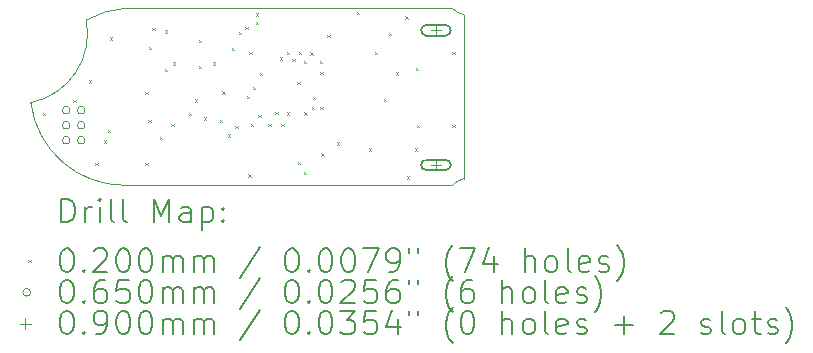
<source format=gbr>
%TF.GenerationSoftware,KiCad,Pcbnew,7.0.7*%
%TF.CreationDate,2023-12-11T16:01:17+01:00*%
%TF.ProjectId,ovrdrive,6f767264-7269-4766-952e-6b696361645f,rev?*%
%TF.SameCoordinates,Original*%
%TF.FileFunction,Drillmap*%
%TF.FilePolarity,Positive*%
%FSLAX45Y45*%
G04 Gerber Fmt 4.5, Leading zero omitted, Abs format (unit mm)*
G04 Created by KiCad (PCBNEW 7.0.7) date 2023-12-11 16:01:17*
%MOMM*%
%LPD*%
G01*
G04 APERTURE LIST*
%ADD10C,0.050000*%
%ADD11C,0.200000*%
%ADD12C,0.020000*%
%ADD13C,0.065000*%
%ADD14C,0.090000*%
G04 APERTURE END LIST*
D10*
X11579998Y-9662374D02*
G75*
G03*
X11250000Y-9762372I61552J-797626D01*
G01*
X11580000Y-11162372D02*
X14348446Y-11162372D01*
X10780005Y-10462372D02*
G75*
G03*
X11580000Y-11162372I793725J99972D01*
G01*
X14443451Y-11107373D02*
G75*
G03*
X14348452Y-11162372I32589J-165837D01*
G01*
X10780000Y-10462372D02*
G75*
G03*
X11250001Y-9762376I-119451J587989D01*
G01*
X14348452Y-9662371D02*
G75*
G03*
X14443451Y-9717372I127588J110831D01*
G01*
X14443446Y-9717372D02*
X14443446Y-11107372D01*
X11580000Y-9662372D02*
X14348446Y-9662372D01*
D11*
D12*
X10880000Y-10550000D02*
X10900000Y-10570000D01*
X10900000Y-10550000D02*
X10880000Y-10570000D01*
X11140000Y-10440000D02*
X11160000Y-10460000D01*
X11160000Y-10440000D02*
X11140000Y-10460000D01*
X11270000Y-10272950D02*
X11290000Y-10292950D01*
X11290000Y-10272950D02*
X11270000Y-10292950D01*
X11325000Y-10970000D02*
X11345000Y-10990000D01*
X11345000Y-10970000D02*
X11325000Y-10990000D01*
X11400000Y-10780000D02*
X11420000Y-10800000D01*
X11420000Y-10780000D02*
X11400000Y-10800000D01*
X11430000Y-10690000D02*
X11450000Y-10710000D01*
X11450000Y-10690000D02*
X11430000Y-10710000D01*
X11450000Y-9910000D02*
X11470000Y-9930000D01*
X11470000Y-9910000D02*
X11450000Y-9930000D01*
X11750000Y-10370000D02*
X11770000Y-10390000D01*
X11770000Y-10370000D02*
X11750000Y-10390000D01*
X11750000Y-10970000D02*
X11770000Y-10990000D01*
X11770000Y-10970000D02*
X11750000Y-10990000D01*
X11774550Y-10610000D02*
X11794550Y-10630000D01*
X11794550Y-10610000D02*
X11774550Y-10630000D01*
X11780000Y-9990000D02*
X11800000Y-10010000D01*
X11800000Y-9990000D02*
X11780000Y-10010000D01*
X11810000Y-9830000D02*
X11830000Y-9850000D01*
X11830000Y-9830000D02*
X11810000Y-9850000D01*
X11870000Y-10750000D02*
X11890000Y-10770000D01*
X11890000Y-10750000D02*
X11870000Y-10770000D01*
X11914335Y-10174335D02*
X11934335Y-10194335D01*
X11934335Y-10174335D02*
X11914335Y-10194335D01*
X11915000Y-9850000D02*
X11935000Y-9870000D01*
X11935000Y-9850000D02*
X11915000Y-9870000D01*
X11970000Y-10640000D02*
X11990000Y-10660000D01*
X11990000Y-10640000D02*
X11970000Y-10660000D01*
X11980000Y-10120000D02*
X12000000Y-10140000D01*
X12000000Y-10120000D02*
X11980000Y-10140000D01*
X12118377Y-10550000D02*
X12138377Y-10570000D01*
X12138377Y-10550000D02*
X12118377Y-10570000D01*
X12167021Y-10432979D02*
X12187021Y-10452979D01*
X12187021Y-10432979D02*
X12167021Y-10452979D01*
X12200000Y-9930000D02*
X12220000Y-9950000D01*
X12220000Y-9930000D02*
X12200000Y-9950000D01*
X12200000Y-10150000D02*
X12220000Y-10170000D01*
X12220000Y-10150000D02*
X12200000Y-10170000D01*
X12245000Y-10585000D02*
X12265000Y-10605000D01*
X12265000Y-10585000D02*
X12245000Y-10605000D01*
X12320000Y-10120450D02*
X12340000Y-10140450D01*
X12340000Y-10120450D02*
X12320000Y-10140450D01*
X12380000Y-10605000D02*
X12400000Y-10625000D01*
X12400000Y-10605000D02*
X12380000Y-10625000D01*
X12400450Y-10366415D02*
X12420450Y-10386415D01*
X12420450Y-10366415D02*
X12400450Y-10386415D01*
X12450000Y-10730000D02*
X12470000Y-10750000D01*
X12470000Y-10730000D02*
X12450000Y-10750000D01*
X12480000Y-10000000D02*
X12500000Y-10020000D01*
X12500000Y-10000000D02*
X12480000Y-10020000D01*
X12510000Y-10660000D02*
X12530000Y-10680000D01*
X12530000Y-10660000D02*
X12510000Y-10680000D01*
X12540000Y-9860000D02*
X12560000Y-9880000D01*
X12560000Y-9860000D02*
X12540000Y-9880000D01*
X12597270Y-9817950D02*
X12617270Y-9837950D01*
X12617270Y-9817950D02*
X12597270Y-9837950D01*
X12610450Y-10405000D02*
X12630450Y-10425000D01*
X12630450Y-10405000D02*
X12610450Y-10425000D01*
X12620000Y-11070000D02*
X12640000Y-11090000D01*
X12640000Y-11070000D02*
X12620000Y-11090000D01*
X12630000Y-10030000D02*
X12650000Y-10050000D01*
X12650000Y-10030000D02*
X12630000Y-10050000D01*
X12645000Y-10640000D02*
X12665000Y-10660000D01*
X12665000Y-10640000D02*
X12645000Y-10660000D01*
X12657737Y-10328465D02*
X12677737Y-10348465D01*
X12677737Y-10328465D02*
X12657737Y-10348465D01*
X12685000Y-9705000D02*
X12705000Y-9725000D01*
X12705000Y-9705000D02*
X12685000Y-9725000D01*
X12685000Y-9780000D02*
X12705000Y-9800000D01*
X12705000Y-9780000D02*
X12685000Y-9800000D01*
X12705000Y-10564050D02*
X12725000Y-10584050D01*
X12725000Y-10564050D02*
X12705000Y-10584050D01*
X12720000Y-10210000D02*
X12740000Y-10230000D01*
X12740000Y-10210000D02*
X12720000Y-10230000D01*
X12790000Y-10640000D02*
X12810000Y-10660000D01*
X12810000Y-10640000D02*
X12790000Y-10660000D01*
X12850000Y-10540000D02*
X12870000Y-10560000D01*
X12870000Y-10540000D02*
X12850000Y-10560000D01*
X12889186Y-10077986D02*
X12909186Y-10097986D01*
X12909186Y-10077986D02*
X12889186Y-10097986D01*
X12900000Y-10640000D02*
X12920000Y-10660000D01*
X12920000Y-10640000D02*
X12900000Y-10660000D01*
X12945000Y-10030000D02*
X12965000Y-10050000D01*
X12965000Y-10030000D02*
X12945000Y-10050000D01*
X12945000Y-10544050D02*
X12965000Y-10564050D01*
X12965000Y-10544050D02*
X12945000Y-10564050D01*
X12995000Y-10091000D02*
X13015000Y-10111000D01*
X13015000Y-10091000D02*
X12995000Y-10111000D01*
X13035000Y-10285000D02*
X13055000Y-10305000D01*
X13055000Y-10285000D02*
X13035000Y-10305000D01*
X13040000Y-10965000D02*
X13060000Y-10985000D01*
X13060000Y-10965000D02*
X13040000Y-10985000D01*
X13050000Y-10030000D02*
X13070000Y-10050000D01*
X13070000Y-10030000D02*
X13050000Y-10050000D01*
X13090000Y-10110000D02*
X13110000Y-10130000D01*
X13110000Y-10110000D02*
X13090000Y-10130000D01*
X13090000Y-11050000D02*
X13110000Y-11070000D01*
X13110000Y-11050000D02*
X13090000Y-11070000D01*
X13095000Y-10544050D02*
X13115000Y-10564050D01*
X13115000Y-10544050D02*
X13095000Y-10564050D01*
X13145000Y-10035000D02*
X13165000Y-10055000D01*
X13165000Y-10035000D02*
X13145000Y-10055000D01*
X13160000Y-10500000D02*
X13180000Y-10520000D01*
X13180000Y-10500000D02*
X13160000Y-10520000D01*
X13165000Y-10412000D02*
X13185000Y-10432000D01*
X13185000Y-10412000D02*
X13165000Y-10432000D01*
X13225000Y-10110000D02*
X13245000Y-10130000D01*
X13245000Y-10110000D02*
X13225000Y-10130000D01*
X13230000Y-10200000D02*
X13250000Y-10220000D01*
X13250000Y-10200000D02*
X13230000Y-10220000D01*
X13230000Y-10500000D02*
X13250000Y-10520000D01*
X13250000Y-10500000D02*
X13230000Y-10520000D01*
X13240000Y-10890000D02*
X13260000Y-10910000D01*
X13260000Y-10890000D02*
X13240000Y-10910000D01*
X13290000Y-9890000D02*
X13310000Y-9910000D01*
X13310000Y-9890000D02*
X13290000Y-9910000D01*
X13370000Y-10799550D02*
X13390000Y-10819550D01*
X13390000Y-10799550D02*
X13370000Y-10819550D01*
X13540000Y-9695000D02*
X13560000Y-9715000D01*
X13560000Y-9695000D02*
X13540000Y-9715000D01*
X13640000Y-10850000D02*
X13660000Y-10870000D01*
X13660000Y-10850000D02*
X13640000Y-10870000D01*
X13690000Y-10030000D02*
X13710000Y-10050000D01*
X13710000Y-10030000D02*
X13690000Y-10050000D01*
X13770000Y-10430000D02*
X13790000Y-10450000D01*
X13790000Y-10430000D02*
X13770000Y-10450000D01*
X13810000Y-9870000D02*
X13830000Y-9890000D01*
X13830000Y-9870000D02*
X13810000Y-9890000D01*
X13872563Y-10205769D02*
X13892563Y-10225769D01*
X13892563Y-10205769D02*
X13872563Y-10225769D01*
X13950000Y-9730000D02*
X13970000Y-9750000D01*
X13970000Y-9730000D02*
X13950000Y-9750000D01*
X13965000Y-11085000D02*
X13985000Y-11105000D01*
X13985000Y-11085000D02*
X13965000Y-11105000D01*
X14030000Y-10850000D02*
X14050000Y-10870000D01*
X14050000Y-10850000D02*
X14030000Y-10870000D01*
X14042050Y-10170000D02*
X14062050Y-10190000D01*
X14062050Y-10170000D02*
X14042050Y-10190000D01*
X14047050Y-10650000D02*
X14067050Y-10670000D01*
X14067050Y-10650000D02*
X14047050Y-10670000D01*
X14350000Y-10030000D02*
X14370000Y-10050000D01*
X14370000Y-10030000D02*
X14350000Y-10050000D01*
X14350000Y-10650000D02*
X14370000Y-10670000D01*
X14370000Y-10650000D02*
X14350000Y-10670000D01*
D13*
X11112500Y-10526000D02*
G75*
G03*
X11112500Y-10526000I-32500J0D01*
G01*
X11112500Y-10653000D02*
G75*
G03*
X11112500Y-10653000I-32500J0D01*
G01*
X11112500Y-10780000D02*
G75*
G03*
X11112500Y-10780000I-32500J0D01*
G01*
X11239500Y-10526000D02*
G75*
G03*
X11239500Y-10526000I-32500J0D01*
G01*
X11239500Y-10653000D02*
G75*
G03*
X11239500Y-10653000I-32500J0D01*
G01*
X11239500Y-10780000D02*
G75*
G03*
X11239500Y-10780000I-32500J0D01*
G01*
D14*
X14210000Y-9805000D02*
X14210000Y-9895000D01*
X14165000Y-9850000D02*
X14255000Y-9850000D01*
D11*
X14130000Y-9895000D02*
X14290000Y-9895000D01*
X14290000Y-9895000D02*
G75*
G03*
X14290000Y-9805000I0J45000D01*
G01*
X14290000Y-9805000D02*
X14130000Y-9805000D01*
X14130000Y-9805000D02*
G75*
G03*
X14130000Y-9895000I0J-45000D01*
G01*
D14*
X14210000Y-10945000D02*
X14210000Y-11035000D01*
X14165000Y-10990000D02*
X14255000Y-10990000D01*
D11*
X14130000Y-11035000D02*
X14290000Y-11035000D01*
X14290000Y-11035000D02*
G75*
G03*
X14290000Y-10945000I0J45000D01*
G01*
X14290000Y-10945000D02*
X14130000Y-10945000D01*
X14130000Y-10945000D02*
G75*
G03*
X14130000Y-11035000I0J-45000D01*
G01*
X11038277Y-11476380D02*
X11038277Y-11276380D01*
X11038277Y-11276380D02*
X11085896Y-11276380D01*
X11085896Y-11276380D02*
X11114467Y-11285904D01*
X11114467Y-11285904D02*
X11133515Y-11304952D01*
X11133515Y-11304952D02*
X11143039Y-11323999D01*
X11143039Y-11323999D02*
X11152562Y-11362094D01*
X11152562Y-11362094D02*
X11152562Y-11390666D01*
X11152562Y-11390666D02*
X11143039Y-11428761D01*
X11143039Y-11428761D02*
X11133515Y-11447809D01*
X11133515Y-11447809D02*
X11114467Y-11466856D01*
X11114467Y-11466856D02*
X11085896Y-11476380D01*
X11085896Y-11476380D02*
X11038277Y-11476380D01*
X11238277Y-11476380D02*
X11238277Y-11343047D01*
X11238277Y-11381142D02*
X11247800Y-11362094D01*
X11247800Y-11362094D02*
X11257324Y-11352571D01*
X11257324Y-11352571D02*
X11276372Y-11343047D01*
X11276372Y-11343047D02*
X11295420Y-11343047D01*
X11362086Y-11476380D02*
X11362086Y-11343047D01*
X11362086Y-11276380D02*
X11352562Y-11285904D01*
X11352562Y-11285904D02*
X11362086Y-11295428D01*
X11362086Y-11295428D02*
X11371610Y-11285904D01*
X11371610Y-11285904D02*
X11362086Y-11276380D01*
X11362086Y-11276380D02*
X11362086Y-11295428D01*
X11485896Y-11476380D02*
X11466848Y-11466856D01*
X11466848Y-11466856D02*
X11457324Y-11447809D01*
X11457324Y-11447809D02*
X11457324Y-11276380D01*
X11590658Y-11476380D02*
X11571610Y-11466856D01*
X11571610Y-11466856D02*
X11562086Y-11447809D01*
X11562086Y-11447809D02*
X11562086Y-11276380D01*
X11819229Y-11476380D02*
X11819229Y-11276380D01*
X11819229Y-11276380D02*
X11885896Y-11419237D01*
X11885896Y-11419237D02*
X11952562Y-11276380D01*
X11952562Y-11276380D02*
X11952562Y-11476380D01*
X12133515Y-11476380D02*
X12133515Y-11371618D01*
X12133515Y-11371618D02*
X12123991Y-11352571D01*
X12123991Y-11352571D02*
X12104943Y-11343047D01*
X12104943Y-11343047D02*
X12066848Y-11343047D01*
X12066848Y-11343047D02*
X12047800Y-11352571D01*
X12133515Y-11466856D02*
X12114467Y-11476380D01*
X12114467Y-11476380D02*
X12066848Y-11476380D01*
X12066848Y-11476380D02*
X12047800Y-11466856D01*
X12047800Y-11466856D02*
X12038277Y-11447809D01*
X12038277Y-11447809D02*
X12038277Y-11428761D01*
X12038277Y-11428761D02*
X12047800Y-11409714D01*
X12047800Y-11409714D02*
X12066848Y-11400190D01*
X12066848Y-11400190D02*
X12114467Y-11400190D01*
X12114467Y-11400190D02*
X12133515Y-11390666D01*
X12228753Y-11343047D02*
X12228753Y-11543047D01*
X12228753Y-11352571D02*
X12247800Y-11343047D01*
X12247800Y-11343047D02*
X12285896Y-11343047D01*
X12285896Y-11343047D02*
X12304943Y-11352571D01*
X12304943Y-11352571D02*
X12314467Y-11362094D01*
X12314467Y-11362094D02*
X12323991Y-11381142D01*
X12323991Y-11381142D02*
X12323991Y-11438285D01*
X12323991Y-11438285D02*
X12314467Y-11457333D01*
X12314467Y-11457333D02*
X12304943Y-11466856D01*
X12304943Y-11466856D02*
X12285896Y-11476380D01*
X12285896Y-11476380D02*
X12247800Y-11476380D01*
X12247800Y-11476380D02*
X12228753Y-11466856D01*
X12409705Y-11457333D02*
X12419229Y-11466856D01*
X12419229Y-11466856D02*
X12409705Y-11476380D01*
X12409705Y-11476380D02*
X12400181Y-11466856D01*
X12400181Y-11466856D02*
X12409705Y-11457333D01*
X12409705Y-11457333D02*
X12409705Y-11476380D01*
X12409705Y-11352571D02*
X12419229Y-11362094D01*
X12419229Y-11362094D02*
X12409705Y-11371618D01*
X12409705Y-11371618D02*
X12400181Y-11362094D01*
X12400181Y-11362094D02*
X12409705Y-11352571D01*
X12409705Y-11352571D02*
X12409705Y-11371618D01*
D12*
X10757500Y-11794896D02*
X10777500Y-11814896D01*
X10777500Y-11794896D02*
X10757500Y-11814896D01*
D11*
X11076372Y-11696380D02*
X11095420Y-11696380D01*
X11095420Y-11696380D02*
X11114467Y-11705904D01*
X11114467Y-11705904D02*
X11123991Y-11715428D01*
X11123991Y-11715428D02*
X11133515Y-11734475D01*
X11133515Y-11734475D02*
X11143039Y-11772571D01*
X11143039Y-11772571D02*
X11143039Y-11820190D01*
X11143039Y-11820190D02*
X11133515Y-11858285D01*
X11133515Y-11858285D02*
X11123991Y-11877333D01*
X11123991Y-11877333D02*
X11114467Y-11886856D01*
X11114467Y-11886856D02*
X11095420Y-11896380D01*
X11095420Y-11896380D02*
X11076372Y-11896380D01*
X11076372Y-11896380D02*
X11057324Y-11886856D01*
X11057324Y-11886856D02*
X11047801Y-11877333D01*
X11047801Y-11877333D02*
X11038277Y-11858285D01*
X11038277Y-11858285D02*
X11028753Y-11820190D01*
X11028753Y-11820190D02*
X11028753Y-11772571D01*
X11028753Y-11772571D02*
X11038277Y-11734475D01*
X11038277Y-11734475D02*
X11047801Y-11715428D01*
X11047801Y-11715428D02*
X11057324Y-11705904D01*
X11057324Y-11705904D02*
X11076372Y-11696380D01*
X11228753Y-11877333D02*
X11238277Y-11886856D01*
X11238277Y-11886856D02*
X11228753Y-11896380D01*
X11228753Y-11896380D02*
X11219229Y-11886856D01*
X11219229Y-11886856D02*
X11228753Y-11877333D01*
X11228753Y-11877333D02*
X11228753Y-11896380D01*
X11314467Y-11715428D02*
X11323991Y-11705904D01*
X11323991Y-11705904D02*
X11343039Y-11696380D01*
X11343039Y-11696380D02*
X11390658Y-11696380D01*
X11390658Y-11696380D02*
X11409705Y-11705904D01*
X11409705Y-11705904D02*
X11419229Y-11715428D01*
X11419229Y-11715428D02*
X11428753Y-11734475D01*
X11428753Y-11734475D02*
X11428753Y-11753523D01*
X11428753Y-11753523D02*
X11419229Y-11782094D01*
X11419229Y-11782094D02*
X11304943Y-11896380D01*
X11304943Y-11896380D02*
X11428753Y-11896380D01*
X11552562Y-11696380D02*
X11571610Y-11696380D01*
X11571610Y-11696380D02*
X11590658Y-11705904D01*
X11590658Y-11705904D02*
X11600181Y-11715428D01*
X11600181Y-11715428D02*
X11609705Y-11734475D01*
X11609705Y-11734475D02*
X11619229Y-11772571D01*
X11619229Y-11772571D02*
X11619229Y-11820190D01*
X11619229Y-11820190D02*
X11609705Y-11858285D01*
X11609705Y-11858285D02*
X11600181Y-11877333D01*
X11600181Y-11877333D02*
X11590658Y-11886856D01*
X11590658Y-11886856D02*
X11571610Y-11896380D01*
X11571610Y-11896380D02*
X11552562Y-11896380D01*
X11552562Y-11896380D02*
X11533515Y-11886856D01*
X11533515Y-11886856D02*
X11523991Y-11877333D01*
X11523991Y-11877333D02*
X11514467Y-11858285D01*
X11514467Y-11858285D02*
X11504943Y-11820190D01*
X11504943Y-11820190D02*
X11504943Y-11772571D01*
X11504943Y-11772571D02*
X11514467Y-11734475D01*
X11514467Y-11734475D02*
X11523991Y-11715428D01*
X11523991Y-11715428D02*
X11533515Y-11705904D01*
X11533515Y-11705904D02*
X11552562Y-11696380D01*
X11743039Y-11696380D02*
X11762086Y-11696380D01*
X11762086Y-11696380D02*
X11781134Y-11705904D01*
X11781134Y-11705904D02*
X11790658Y-11715428D01*
X11790658Y-11715428D02*
X11800181Y-11734475D01*
X11800181Y-11734475D02*
X11809705Y-11772571D01*
X11809705Y-11772571D02*
X11809705Y-11820190D01*
X11809705Y-11820190D02*
X11800181Y-11858285D01*
X11800181Y-11858285D02*
X11790658Y-11877333D01*
X11790658Y-11877333D02*
X11781134Y-11886856D01*
X11781134Y-11886856D02*
X11762086Y-11896380D01*
X11762086Y-11896380D02*
X11743039Y-11896380D01*
X11743039Y-11896380D02*
X11723991Y-11886856D01*
X11723991Y-11886856D02*
X11714467Y-11877333D01*
X11714467Y-11877333D02*
X11704943Y-11858285D01*
X11704943Y-11858285D02*
X11695420Y-11820190D01*
X11695420Y-11820190D02*
X11695420Y-11772571D01*
X11695420Y-11772571D02*
X11704943Y-11734475D01*
X11704943Y-11734475D02*
X11714467Y-11715428D01*
X11714467Y-11715428D02*
X11723991Y-11705904D01*
X11723991Y-11705904D02*
X11743039Y-11696380D01*
X11895420Y-11896380D02*
X11895420Y-11763047D01*
X11895420Y-11782094D02*
X11904943Y-11772571D01*
X11904943Y-11772571D02*
X11923991Y-11763047D01*
X11923991Y-11763047D02*
X11952562Y-11763047D01*
X11952562Y-11763047D02*
X11971610Y-11772571D01*
X11971610Y-11772571D02*
X11981134Y-11791618D01*
X11981134Y-11791618D02*
X11981134Y-11896380D01*
X11981134Y-11791618D02*
X11990658Y-11772571D01*
X11990658Y-11772571D02*
X12009705Y-11763047D01*
X12009705Y-11763047D02*
X12038277Y-11763047D01*
X12038277Y-11763047D02*
X12057324Y-11772571D01*
X12057324Y-11772571D02*
X12066848Y-11791618D01*
X12066848Y-11791618D02*
X12066848Y-11896380D01*
X12162086Y-11896380D02*
X12162086Y-11763047D01*
X12162086Y-11782094D02*
X12171610Y-11772571D01*
X12171610Y-11772571D02*
X12190658Y-11763047D01*
X12190658Y-11763047D02*
X12219229Y-11763047D01*
X12219229Y-11763047D02*
X12238277Y-11772571D01*
X12238277Y-11772571D02*
X12247801Y-11791618D01*
X12247801Y-11791618D02*
X12247801Y-11896380D01*
X12247801Y-11791618D02*
X12257324Y-11772571D01*
X12257324Y-11772571D02*
X12276372Y-11763047D01*
X12276372Y-11763047D02*
X12304943Y-11763047D01*
X12304943Y-11763047D02*
X12323991Y-11772571D01*
X12323991Y-11772571D02*
X12333515Y-11791618D01*
X12333515Y-11791618D02*
X12333515Y-11896380D01*
X12723991Y-11686856D02*
X12552563Y-11943999D01*
X12981134Y-11696380D02*
X13000182Y-11696380D01*
X13000182Y-11696380D02*
X13019229Y-11705904D01*
X13019229Y-11705904D02*
X13028753Y-11715428D01*
X13028753Y-11715428D02*
X13038277Y-11734475D01*
X13038277Y-11734475D02*
X13047801Y-11772571D01*
X13047801Y-11772571D02*
X13047801Y-11820190D01*
X13047801Y-11820190D02*
X13038277Y-11858285D01*
X13038277Y-11858285D02*
X13028753Y-11877333D01*
X13028753Y-11877333D02*
X13019229Y-11886856D01*
X13019229Y-11886856D02*
X13000182Y-11896380D01*
X13000182Y-11896380D02*
X12981134Y-11896380D01*
X12981134Y-11896380D02*
X12962086Y-11886856D01*
X12962086Y-11886856D02*
X12952563Y-11877333D01*
X12952563Y-11877333D02*
X12943039Y-11858285D01*
X12943039Y-11858285D02*
X12933515Y-11820190D01*
X12933515Y-11820190D02*
X12933515Y-11772571D01*
X12933515Y-11772571D02*
X12943039Y-11734475D01*
X12943039Y-11734475D02*
X12952563Y-11715428D01*
X12952563Y-11715428D02*
X12962086Y-11705904D01*
X12962086Y-11705904D02*
X12981134Y-11696380D01*
X13133515Y-11877333D02*
X13143039Y-11886856D01*
X13143039Y-11886856D02*
X13133515Y-11896380D01*
X13133515Y-11896380D02*
X13123991Y-11886856D01*
X13123991Y-11886856D02*
X13133515Y-11877333D01*
X13133515Y-11877333D02*
X13133515Y-11896380D01*
X13266848Y-11696380D02*
X13285896Y-11696380D01*
X13285896Y-11696380D02*
X13304944Y-11705904D01*
X13304944Y-11705904D02*
X13314467Y-11715428D01*
X13314467Y-11715428D02*
X13323991Y-11734475D01*
X13323991Y-11734475D02*
X13333515Y-11772571D01*
X13333515Y-11772571D02*
X13333515Y-11820190D01*
X13333515Y-11820190D02*
X13323991Y-11858285D01*
X13323991Y-11858285D02*
X13314467Y-11877333D01*
X13314467Y-11877333D02*
X13304944Y-11886856D01*
X13304944Y-11886856D02*
X13285896Y-11896380D01*
X13285896Y-11896380D02*
X13266848Y-11896380D01*
X13266848Y-11896380D02*
X13247801Y-11886856D01*
X13247801Y-11886856D02*
X13238277Y-11877333D01*
X13238277Y-11877333D02*
X13228753Y-11858285D01*
X13228753Y-11858285D02*
X13219229Y-11820190D01*
X13219229Y-11820190D02*
X13219229Y-11772571D01*
X13219229Y-11772571D02*
X13228753Y-11734475D01*
X13228753Y-11734475D02*
X13238277Y-11715428D01*
X13238277Y-11715428D02*
X13247801Y-11705904D01*
X13247801Y-11705904D02*
X13266848Y-11696380D01*
X13457324Y-11696380D02*
X13476372Y-11696380D01*
X13476372Y-11696380D02*
X13495420Y-11705904D01*
X13495420Y-11705904D02*
X13504944Y-11715428D01*
X13504944Y-11715428D02*
X13514467Y-11734475D01*
X13514467Y-11734475D02*
X13523991Y-11772571D01*
X13523991Y-11772571D02*
X13523991Y-11820190D01*
X13523991Y-11820190D02*
X13514467Y-11858285D01*
X13514467Y-11858285D02*
X13504944Y-11877333D01*
X13504944Y-11877333D02*
X13495420Y-11886856D01*
X13495420Y-11886856D02*
X13476372Y-11896380D01*
X13476372Y-11896380D02*
X13457324Y-11896380D01*
X13457324Y-11896380D02*
X13438277Y-11886856D01*
X13438277Y-11886856D02*
X13428753Y-11877333D01*
X13428753Y-11877333D02*
X13419229Y-11858285D01*
X13419229Y-11858285D02*
X13409705Y-11820190D01*
X13409705Y-11820190D02*
X13409705Y-11772571D01*
X13409705Y-11772571D02*
X13419229Y-11734475D01*
X13419229Y-11734475D02*
X13428753Y-11715428D01*
X13428753Y-11715428D02*
X13438277Y-11705904D01*
X13438277Y-11705904D02*
X13457324Y-11696380D01*
X13590658Y-11696380D02*
X13723991Y-11696380D01*
X13723991Y-11696380D02*
X13638277Y-11896380D01*
X13809705Y-11896380D02*
X13847801Y-11896380D01*
X13847801Y-11896380D02*
X13866848Y-11886856D01*
X13866848Y-11886856D02*
X13876372Y-11877333D01*
X13876372Y-11877333D02*
X13895420Y-11848761D01*
X13895420Y-11848761D02*
X13904944Y-11810666D01*
X13904944Y-11810666D02*
X13904944Y-11734475D01*
X13904944Y-11734475D02*
X13895420Y-11715428D01*
X13895420Y-11715428D02*
X13885896Y-11705904D01*
X13885896Y-11705904D02*
X13866848Y-11696380D01*
X13866848Y-11696380D02*
X13828753Y-11696380D01*
X13828753Y-11696380D02*
X13809705Y-11705904D01*
X13809705Y-11705904D02*
X13800182Y-11715428D01*
X13800182Y-11715428D02*
X13790658Y-11734475D01*
X13790658Y-11734475D02*
X13790658Y-11782094D01*
X13790658Y-11782094D02*
X13800182Y-11801142D01*
X13800182Y-11801142D02*
X13809705Y-11810666D01*
X13809705Y-11810666D02*
X13828753Y-11820190D01*
X13828753Y-11820190D02*
X13866848Y-11820190D01*
X13866848Y-11820190D02*
X13885896Y-11810666D01*
X13885896Y-11810666D02*
X13895420Y-11801142D01*
X13895420Y-11801142D02*
X13904944Y-11782094D01*
X13981134Y-11696380D02*
X13981134Y-11734475D01*
X14057325Y-11696380D02*
X14057325Y-11734475D01*
X14352563Y-11972571D02*
X14343039Y-11963047D01*
X14343039Y-11963047D02*
X14323991Y-11934475D01*
X14323991Y-11934475D02*
X14314467Y-11915428D01*
X14314467Y-11915428D02*
X14304944Y-11886856D01*
X14304944Y-11886856D02*
X14295420Y-11839237D01*
X14295420Y-11839237D02*
X14295420Y-11801142D01*
X14295420Y-11801142D02*
X14304944Y-11753523D01*
X14304944Y-11753523D02*
X14314467Y-11724952D01*
X14314467Y-11724952D02*
X14323991Y-11705904D01*
X14323991Y-11705904D02*
X14343039Y-11677333D01*
X14343039Y-11677333D02*
X14352563Y-11667809D01*
X14409706Y-11696380D02*
X14543039Y-11696380D01*
X14543039Y-11696380D02*
X14457325Y-11896380D01*
X14704944Y-11763047D02*
X14704944Y-11896380D01*
X14657325Y-11686856D02*
X14609706Y-11829714D01*
X14609706Y-11829714D02*
X14733515Y-11829714D01*
X14962087Y-11896380D02*
X14962087Y-11696380D01*
X15047801Y-11896380D02*
X15047801Y-11791618D01*
X15047801Y-11791618D02*
X15038277Y-11772571D01*
X15038277Y-11772571D02*
X15019229Y-11763047D01*
X15019229Y-11763047D02*
X14990658Y-11763047D01*
X14990658Y-11763047D02*
X14971610Y-11772571D01*
X14971610Y-11772571D02*
X14962087Y-11782094D01*
X15171610Y-11896380D02*
X15152563Y-11886856D01*
X15152563Y-11886856D02*
X15143039Y-11877333D01*
X15143039Y-11877333D02*
X15133515Y-11858285D01*
X15133515Y-11858285D02*
X15133515Y-11801142D01*
X15133515Y-11801142D02*
X15143039Y-11782094D01*
X15143039Y-11782094D02*
X15152563Y-11772571D01*
X15152563Y-11772571D02*
X15171610Y-11763047D01*
X15171610Y-11763047D02*
X15200182Y-11763047D01*
X15200182Y-11763047D02*
X15219229Y-11772571D01*
X15219229Y-11772571D02*
X15228753Y-11782094D01*
X15228753Y-11782094D02*
X15238277Y-11801142D01*
X15238277Y-11801142D02*
X15238277Y-11858285D01*
X15238277Y-11858285D02*
X15228753Y-11877333D01*
X15228753Y-11877333D02*
X15219229Y-11886856D01*
X15219229Y-11886856D02*
X15200182Y-11896380D01*
X15200182Y-11896380D02*
X15171610Y-11896380D01*
X15352563Y-11896380D02*
X15333515Y-11886856D01*
X15333515Y-11886856D02*
X15323991Y-11867809D01*
X15323991Y-11867809D02*
X15323991Y-11696380D01*
X15504944Y-11886856D02*
X15485896Y-11896380D01*
X15485896Y-11896380D02*
X15447801Y-11896380D01*
X15447801Y-11896380D02*
X15428753Y-11886856D01*
X15428753Y-11886856D02*
X15419229Y-11867809D01*
X15419229Y-11867809D02*
X15419229Y-11791618D01*
X15419229Y-11791618D02*
X15428753Y-11772571D01*
X15428753Y-11772571D02*
X15447801Y-11763047D01*
X15447801Y-11763047D02*
X15485896Y-11763047D01*
X15485896Y-11763047D02*
X15504944Y-11772571D01*
X15504944Y-11772571D02*
X15514468Y-11791618D01*
X15514468Y-11791618D02*
X15514468Y-11810666D01*
X15514468Y-11810666D02*
X15419229Y-11829714D01*
X15590658Y-11886856D02*
X15609706Y-11896380D01*
X15609706Y-11896380D02*
X15647801Y-11896380D01*
X15647801Y-11896380D02*
X15666849Y-11886856D01*
X15666849Y-11886856D02*
X15676372Y-11867809D01*
X15676372Y-11867809D02*
X15676372Y-11858285D01*
X15676372Y-11858285D02*
X15666849Y-11839237D01*
X15666849Y-11839237D02*
X15647801Y-11829714D01*
X15647801Y-11829714D02*
X15619229Y-11829714D01*
X15619229Y-11829714D02*
X15600182Y-11820190D01*
X15600182Y-11820190D02*
X15590658Y-11801142D01*
X15590658Y-11801142D02*
X15590658Y-11791618D01*
X15590658Y-11791618D02*
X15600182Y-11772571D01*
X15600182Y-11772571D02*
X15619229Y-11763047D01*
X15619229Y-11763047D02*
X15647801Y-11763047D01*
X15647801Y-11763047D02*
X15666849Y-11772571D01*
X15743039Y-11972571D02*
X15752563Y-11963047D01*
X15752563Y-11963047D02*
X15771610Y-11934475D01*
X15771610Y-11934475D02*
X15781134Y-11915428D01*
X15781134Y-11915428D02*
X15790658Y-11886856D01*
X15790658Y-11886856D02*
X15800182Y-11839237D01*
X15800182Y-11839237D02*
X15800182Y-11801142D01*
X15800182Y-11801142D02*
X15790658Y-11753523D01*
X15790658Y-11753523D02*
X15781134Y-11724952D01*
X15781134Y-11724952D02*
X15771610Y-11705904D01*
X15771610Y-11705904D02*
X15752563Y-11677333D01*
X15752563Y-11677333D02*
X15743039Y-11667809D01*
D13*
X10777500Y-12068896D02*
G75*
G03*
X10777500Y-12068896I-32500J0D01*
G01*
D11*
X11076372Y-11960380D02*
X11095420Y-11960380D01*
X11095420Y-11960380D02*
X11114467Y-11969904D01*
X11114467Y-11969904D02*
X11123991Y-11979428D01*
X11123991Y-11979428D02*
X11133515Y-11998475D01*
X11133515Y-11998475D02*
X11143039Y-12036571D01*
X11143039Y-12036571D02*
X11143039Y-12084190D01*
X11143039Y-12084190D02*
X11133515Y-12122285D01*
X11133515Y-12122285D02*
X11123991Y-12141333D01*
X11123991Y-12141333D02*
X11114467Y-12150856D01*
X11114467Y-12150856D02*
X11095420Y-12160380D01*
X11095420Y-12160380D02*
X11076372Y-12160380D01*
X11076372Y-12160380D02*
X11057324Y-12150856D01*
X11057324Y-12150856D02*
X11047801Y-12141333D01*
X11047801Y-12141333D02*
X11038277Y-12122285D01*
X11038277Y-12122285D02*
X11028753Y-12084190D01*
X11028753Y-12084190D02*
X11028753Y-12036571D01*
X11028753Y-12036571D02*
X11038277Y-11998475D01*
X11038277Y-11998475D02*
X11047801Y-11979428D01*
X11047801Y-11979428D02*
X11057324Y-11969904D01*
X11057324Y-11969904D02*
X11076372Y-11960380D01*
X11228753Y-12141333D02*
X11238277Y-12150856D01*
X11238277Y-12150856D02*
X11228753Y-12160380D01*
X11228753Y-12160380D02*
X11219229Y-12150856D01*
X11219229Y-12150856D02*
X11228753Y-12141333D01*
X11228753Y-12141333D02*
X11228753Y-12160380D01*
X11409705Y-11960380D02*
X11371610Y-11960380D01*
X11371610Y-11960380D02*
X11352562Y-11969904D01*
X11352562Y-11969904D02*
X11343039Y-11979428D01*
X11343039Y-11979428D02*
X11323991Y-12007999D01*
X11323991Y-12007999D02*
X11314467Y-12046094D01*
X11314467Y-12046094D02*
X11314467Y-12122285D01*
X11314467Y-12122285D02*
X11323991Y-12141333D01*
X11323991Y-12141333D02*
X11333515Y-12150856D01*
X11333515Y-12150856D02*
X11352562Y-12160380D01*
X11352562Y-12160380D02*
X11390658Y-12160380D01*
X11390658Y-12160380D02*
X11409705Y-12150856D01*
X11409705Y-12150856D02*
X11419229Y-12141333D01*
X11419229Y-12141333D02*
X11428753Y-12122285D01*
X11428753Y-12122285D02*
X11428753Y-12074666D01*
X11428753Y-12074666D02*
X11419229Y-12055618D01*
X11419229Y-12055618D02*
X11409705Y-12046094D01*
X11409705Y-12046094D02*
X11390658Y-12036571D01*
X11390658Y-12036571D02*
X11352562Y-12036571D01*
X11352562Y-12036571D02*
X11333515Y-12046094D01*
X11333515Y-12046094D02*
X11323991Y-12055618D01*
X11323991Y-12055618D02*
X11314467Y-12074666D01*
X11609705Y-11960380D02*
X11514467Y-11960380D01*
X11514467Y-11960380D02*
X11504943Y-12055618D01*
X11504943Y-12055618D02*
X11514467Y-12046094D01*
X11514467Y-12046094D02*
X11533515Y-12036571D01*
X11533515Y-12036571D02*
X11581134Y-12036571D01*
X11581134Y-12036571D02*
X11600181Y-12046094D01*
X11600181Y-12046094D02*
X11609705Y-12055618D01*
X11609705Y-12055618D02*
X11619229Y-12074666D01*
X11619229Y-12074666D02*
X11619229Y-12122285D01*
X11619229Y-12122285D02*
X11609705Y-12141333D01*
X11609705Y-12141333D02*
X11600181Y-12150856D01*
X11600181Y-12150856D02*
X11581134Y-12160380D01*
X11581134Y-12160380D02*
X11533515Y-12160380D01*
X11533515Y-12160380D02*
X11514467Y-12150856D01*
X11514467Y-12150856D02*
X11504943Y-12141333D01*
X11743039Y-11960380D02*
X11762086Y-11960380D01*
X11762086Y-11960380D02*
X11781134Y-11969904D01*
X11781134Y-11969904D02*
X11790658Y-11979428D01*
X11790658Y-11979428D02*
X11800181Y-11998475D01*
X11800181Y-11998475D02*
X11809705Y-12036571D01*
X11809705Y-12036571D02*
X11809705Y-12084190D01*
X11809705Y-12084190D02*
X11800181Y-12122285D01*
X11800181Y-12122285D02*
X11790658Y-12141333D01*
X11790658Y-12141333D02*
X11781134Y-12150856D01*
X11781134Y-12150856D02*
X11762086Y-12160380D01*
X11762086Y-12160380D02*
X11743039Y-12160380D01*
X11743039Y-12160380D02*
X11723991Y-12150856D01*
X11723991Y-12150856D02*
X11714467Y-12141333D01*
X11714467Y-12141333D02*
X11704943Y-12122285D01*
X11704943Y-12122285D02*
X11695420Y-12084190D01*
X11695420Y-12084190D02*
X11695420Y-12036571D01*
X11695420Y-12036571D02*
X11704943Y-11998475D01*
X11704943Y-11998475D02*
X11714467Y-11979428D01*
X11714467Y-11979428D02*
X11723991Y-11969904D01*
X11723991Y-11969904D02*
X11743039Y-11960380D01*
X11895420Y-12160380D02*
X11895420Y-12027047D01*
X11895420Y-12046094D02*
X11904943Y-12036571D01*
X11904943Y-12036571D02*
X11923991Y-12027047D01*
X11923991Y-12027047D02*
X11952562Y-12027047D01*
X11952562Y-12027047D02*
X11971610Y-12036571D01*
X11971610Y-12036571D02*
X11981134Y-12055618D01*
X11981134Y-12055618D02*
X11981134Y-12160380D01*
X11981134Y-12055618D02*
X11990658Y-12036571D01*
X11990658Y-12036571D02*
X12009705Y-12027047D01*
X12009705Y-12027047D02*
X12038277Y-12027047D01*
X12038277Y-12027047D02*
X12057324Y-12036571D01*
X12057324Y-12036571D02*
X12066848Y-12055618D01*
X12066848Y-12055618D02*
X12066848Y-12160380D01*
X12162086Y-12160380D02*
X12162086Y-12027047D01*
X12162086Y-12046094D02*
X12171610Y-12036571D01*
X12171610Y-12036571D02*
X12190658Y-12027047D01*
X12190658Y-12027047D02*
X12219229Y-12027047D01*
X12219229Y-12027047D02*
X12238277Y-12036571D01*
X12238277Y-12036571D02*
X12247801Y-12055618D01*
X12247801Y-12055618D02*
X12247801Y-12160380D01*
X12247801Y-12055618D02*
X12257324Y-12036571D01*
X12257324Y-12036571D02*
X12276372Y-12027047D01*
X12276372Y-12027047D02*
X12304943Y-12027047D01*
X12304943Y-12027047D02*
X12323991Y-12036571D01*
X12323991Y-12036571D02*
X12333515Y-12055618D01*
X12333515Y-12055618D02*
X12333515Y-12160380D01*
X12723991Y-11950856D02*
X12552563Y-12207999D01*
X12981134Y-11960380D02*
X13000182Y-11960380D01*
X13000182Y-11960380D02*
X13019229Y-11969904D01*
X13019229Y-11969904D02*
X13028753Y-11979428D01*
X13028753Y-11979428D02*
X13038277Y-11998475D01*
X13038277Y-11998475D02*
X13047801Y-12036571D01*
X13047801Y-12036571D02*
X13047801Y-12084190D01*
X13047801Y-12084190D02*
X13038277Y-12122285D01*
X13038277Y-12122285D02*
X13028753Y-12141333D01*
X13028753Y-12141333D02*
X13019229Y-12150856D01*
X13019229Y-12150856D02*
X13000182Y-12160380D01*
X13000182Y-12160380D02*
X12981134Y-12160380D01*
X12981134Y-12160380D02*
X12962086Y-12150856D01*
X12962086Y-12150856D02*
X12952563Y-12141333D01*
X12952563Y-12141333D02*
X12943039Y-12122285D01*
X12943039Y-12122285D02*
X12933515Y-12084190D01*
X12933515Y-12084190D02*
X12933515Y-12036571D01*
X12933515Y-12036571D02*
X12943039Y-11998475D01*
X12943039Y-11998475D02*
X12952563Y-11979428D01*
X12952563Y-11979428D02*
X12962086Y-11969904D01*
X12962086Y-11969904D02*
X12981134Y-11960380D01*
X13133515Y-12141333D02*
X13143039Y-12150856D01*
X13143039Y-12150856D02*
X13133515Y-12160380D01*
X13133515Y-12160380D02*
X13123991Y-12150856D01*
X13123991Y-12150856D02*
X13133515Y-12141333D01*
X13133515Y-12141333D02*
X13133515Y-12160380D01*
X13266848Y-11960380D02*
X13285896Y-11960380D01*
X13285896Y-11960380D02*
X13304944Y-11969904D01*
X13304944Y-11969904D02*
X13314467Y-11979428D01*
X13314467Y-11979428D02*
X13323991Y-11998475D01*
X13323991Y-11998475D02*
X13333515Y-12036571D01*
X13333515Y-12036571D02*
X13333515Y-12084190D01*
X13333515Y-12084190D02*
X13323991Y-12122285D01*
X13323991Y-12122285D02*
X13314467Y-12141333D01*
X13314467Y-12141333D02*
X13304944Y-12150856D01*
X13304944Y-12150856D02*
X13285896Y-12160380D01*
X13285896Y-12160380D02*
X13266848Y-12160380D01*
X13266848Y-12160380D02*
X13247801Y-12150856D01*
X13247801Y-12150856D02*
X13238277Y-12141333D01*
X13238277Y-12141333D02*
X13228753Y-12122285D01*
X13228753Y-12122285D02*
X13219229Y-12084190D01*
X13219229Y-12084190D02*
X13219229Y-12036571D01*
X13219229Y-12036571D02*
X13228753Y-11998475D01*
X13228753Y-11998475D02*
X13238277Y-11979428D01*
X13238277Y-11979428D02*
X13247801Y-11969904D01*
X13247801Y-11969904D02*
X13266848Y-11960380D01*
X13409705Y-11979428D02*
X13419229Y-11969904D01*
X13419229Y-11969904D02*
X13438277Y-11960380D01*
X13438277Y-11960380D02*
X13485896Y-11960380D01*
X13485896Y-11960380D02*
X13504944Y-11969904D01*
X13504944Y-11969904D02*
X13514467Y-11979428D01*
X13514467Y-11979428D02*
X13523991Y-11998475D01*
X13523991Y-11998475D02*
X13523991Y-12017523D01*
X13523991Y-12017523D02*
X13514467Y-12046094D01*
X13514467Y-12046094D02*
X13400182Y-12160380D01*
X13400182Y-12160380D02*
X13523991Y-12160380D01*
X13704944Y-11960380D02*
X13609705Y-11960380D01*
X13609705Y-11960380D02*
X13600182Y-12055618D01*
X13600182Y-12055618D02*
X13609705Y-12046094D01*
X13609705Y-12046094D02*
X13628753Y-12036571D01*
X13628753Y-12036571D02*
X13676372Y-12036571D01*
X13676372Y-12036571D02*
X13695420Y-12046094D01*
X13695420Y-12046094D02*
X13704944Y-12055618D01*
X13704944Y-12055618D02*
X13714467Y-12074666D01*
X13714467Y-12074666D02*
X13714467Y-12122285D01*
X13714467Y-12122285D02*
X13704944Y-12141333D01*
X13704944Y-12141333D02*
X13695420Y-12150856D01*
X13695420Y-12150856D02*
X13676372Y-12160380D01*
X13676372Y-12160380D02*
X13628753Y-12160380D01*
X13628753Y-12160380D02*
X13609705Y-12150856D01*
X13609705Y-12150856D02*
X13600182Y-12141333D01*
X13885896Y-11960380D02*
X13847801Y-11960380D01*
X13847801Y-11960380D02*
X13828753Y-11969904D01*
X13828753Y-11969904D02*
X13819229Y-11979428D01*
X13819229Y-11979428D02*
X13800182Y-12007999D01*
X13800182Y-12007999D02*
X13790658Y-12046094D01*
X13790658Y-12046094D02*
X13790658Y-12122285D01*
X13790658Y-12122285D02*
X13800182Y-12141333D01*
X13800182Y-12141333D02*
X13809705Y-12150856D01*
X13809705Y-12150856D02*
X13828753Y-12160380D01*
X13828753Y-12160380D02*
X13866848Y-12160380D01*
X13866848Y-12160380D02*
X13885896Y-12150856D01*
X13885896Y-12150856D02*
X13895420Y-12141333D01*
X13895420Y-12141333D02*
X13904944Y-12122285D01*
X13904944Y-12122285D02*
X13904944Y-12074666D01*
X13904944Y-12074666D02*
X13895420Y-12055618D01*
X13895420Y-12055618D02*
X13885896Y-12046094D01*
X13885896Y-12046094D02*
X13866848Y-12036571D01*
X13866848Y-12036571D02*
X13828753Y-12036571D01*
X13828753Y-12036571D02*
X13809705Y-12046094D01*
X13809705Y-12046094D02*
X13800182Y-12055618D01*
X13800182Y-12055618D02*
X13790658Y-12074666D01*
X13981134Y-11960380D02*
X13981134Y-11998475D01*
X14057325Y-11960380D02*
X14057325Y-11998475D01*
X14352563Y-12236571D02*
X14343039Y-12227047D01*
X14343039Y-12227047D02*
X14323991Y-12198475D01*
X14323991Y-12198475D02*
X14314467Y-12179428D01*
X14314467Y-12179428D02*
X14304944Y-12150856D01*
X14304944Y-12150856D02*
X14295420Y-12103237D01*
X14295420Y-12103237D02*
X14295420Y-12065142D01*
X14295420Y-12065142D02*
X14304944Y-12017523D01*
X14304944Y-12017523D02*
X14314467Y-11988952D01*
X14314467Y-11988952D02*
X14323991Y-11969904D01*
X14323991Y-11969904D02*
X14343039Y-11941333D01*
X14343039Y-11941333D02*
X14352563Y-11931809D01*
X14514467Y-11960380D02*
X14476372Y-11960380D01*
X14476372Y-11960380D02*
X14457325Y-11969904D01*
X14457325Y-11969904D02*
X14447801Y-11979428D01*
X14447801Y-11979428D02*
X14428753Y-12007999D01*
X14428753Y-12007999D02*
X14419229Y-12046094D01*
X14419229Y-12046094D02*
X14419229Y-12122285D01*
X14419229Y-12122285D02*
X14428753Y-12141333D01*
X14428753Y-12141333D02*
X14438277Y-12150856D01*
X14438277Y-12150856D02*
X14457325Y-12160380D01*
X14457325Y-12160380D02*
X14495420Y-12160380D01*
X14495420Y-12160380D02*
X14514467Y-12150856D01*
X14514467Y-12150856D02*
X14523991Y-12141333D01*
X14523991Y-12141333D02*
X14533515Y-12122285D01*
X14533515Y-12122285D02*
X14533515Y-12074666D01*
X14533515Y-12074666D02*
X14523991Y-12055618D01*
X14523991Y-12055618D02*
X14514467Y-12046094D01*
X14514467Y-12046094D02*
X14495420Y-12036571D01*
X14495420Y-12036571D02*
X14457325Y-12036571D01*
X14457325Y-12036571D02*
X14438277Y-12046094D01*
X14438277Y-12046094D02*
X14428753Y-12055618D01*
X14428753Y-12055618D02*
X14419229Y-12074666D01*
X14771610Y-12160380D02*
X14771610Y-11960380D01*
X14857325Y-12160380D02*
X14857325Y-12055618D01*
X14857325Y-12055618D02*
X14847801Y-12036571D01*
X14847801Y-12036571D02*
X14828753Y-12027047D01*
X14828753Y-12027047D02*
X14800182Y-12027047D01*
X14800182Y-12027047D02*
X14781134Y-12036571D01*
X14781134Y-12036571D02*
X14771610Y-12046094D01*
X14981134Y-12160380D02*
X14962087Y-12150856D01*
X14962087Y-12150856D02*
X14952563Y-12141333D01*
X14952563Y-12141333D02*
X14943039Y-12122285D01*
X14943039Y-12122285D02*
X14943039Y-12065142D01*
X14943039Y-12065142D02*
X14952563Y-12046094D01*
X14952563Y-12046094D02*
X14962087Y-12036571D01*
X14962087Y-12036571D02*
X14981134Y-12027047D01*
X14981134Y-12027047D02*
X15009706Y-12027047D01*
X15009706Y-12027047D02*
X15028753Y-12036571D01*
X15028753Y-12036571D02*
X15038277Y-12046094D01*
X15038277Y-12046094D02*
X15047801Y-12065142D01*
X15047801Y-12065142D02*
X15047801Y-12122285D01*
X15047801Y-12122285D02*
X15038277Y-12141333D01*
X15038277Y-12141333D02*
X15028753Y-12150856D01*
X15028753Y-12150856D02*
X15009706Y-12160380D01*
X15009706Y-12160380D02*
X14981134Y-12160380D01*
X15162087Y-12160380D02*
X15143039Y-12150856D01*
X15143039Y-12150856D02*
X15133515Y-12131809D01*
X15133515Y-12131809D02*
X15133515Y-11960380D01*
X15314468Y-12150856D02*
X15295420Y-12160380D01*
X15295420Y-12160380D02*
X15257325Y-12160380D01*
X15257325Y-12160380D02*
X15238277Y-12150856D01*
X15238277Y-12150856D02*
X15228753Y-12131809D01*
X15228753Y-12131809D02*
X15228753Y-12055618D01*
X15228753Y-12055618D02*
X15238277Y-12036571D01*
X15238277Y-12036571D02*
X15257325Y-12027047D01*
X15257325Y-12027047D02*
X15295420Y-12027047D01*
X15295420Y-12027047D02*
X15314468Y-12036571D01*
X15314468Y-12036571D02*
X15323991Y-12055618D01*
X15323991Y-12055618D02*
X15323991Y-12074666D01*
X15323991Y-12074666D02*
X15228753Y-12093714D01*
X15400182Y-12150856D02*
X15419229Y-12160380D01*
X15419229Y-12160380D02*
X15457325Y-12160380D01*
X15457325Y-12160380D02*
X15476372Y-12150856D01*
X15476372Y-12150856D02*
X15485896Y-12131809D01*
X15485896Y-12131809D02*
X15485896Y-12122285D01*
X15485896Y-12122285D02*
X15476372Y-12103237D01*
X15476372Y-12103237D02*
X15457325Y-12093714D01*
X15457325Y-12093714D02*
X15428753Y-12093714D01*
X15428753Y-12093714D02*
X15409706Y-12084190D01*
X15409706Y-12084190D02*
X15400182Y-12065142D01*
X15400182Y-12065142D02*
X15400182Y-12055618D01*
X15400182Y-12055618D02*
X15409706Y-12036571D01*
X15409706Y-12036571D02*
X15428753Y-12027047D01*
X15428753Y-12027047D02*
X15457325Y-12027047D01*
X15457325Y-12027047D02*
X15476372Y-12036571D01*
X15552563Y-12236571D02*
X15562087Y-12227047D01*
X15562087Y-12227047D02*
X15581134Y-12198475D01*
X15581134Y-12198475D02*
X15590658Y-12179428D01*
X15590658Y-12179428D02*
X15600182Y-12150856D01*
X15600182Y-12150856D02*
X15609706Y-12103237D01*
X15609706Y-12103237D02*
X15609706Y-12065142D01*
X15609706Y-12065142D02*
X15600182Y-12017523D01*
X15600182Y-12017523D02*
X15590658Y-11988952D01*
X15590658Y-11988952D02*
X15581134Y-11969904D01*
X15581134Y-11969904D02*
X15562087Y-11941333D01*
X15562087Y-11941333D02*
X15552563Y-11931809D01*
D14*
X10732500Y-12287896D02*
X10732500Y-12377896D01*
X10687500Y-12332896D02*
X10777500Y-12332896D01*
D11*
X11076372Y-12224380D02*
X11095420Y-12224380D01*
X11095420Y-12224380D02*
X11114467Y-12233904D01*
X11114467Y-12233904D02*
X11123991Y-12243428D01*
X11123991Y-12243428D02*
X11133515Y-12262475D01*
X11133515Y-12262475D02*
X11143039Y-12300571D01*
X11143039Y-12300571D02*
X11143039Y-12348190D01*
X11143039Y-12348190D02*
X11133515Y-12386285D01*
X11133515Y-12386285D02*
X11123991Y-12405333D01*
X11123991Y-12405333D02*
X11114467Y-12414856D01*
X11114467Y-12414856D02*
X11095420Y-12424380D01*
X11095420Y-12424380D02*
X11076372Y-12424380D01*
X11076372Y-12424380D02*
X11057324Y-12414856D01*
X11057324Y-12414856D02*
X11047801Y-12405333D01*
X11047801Y-12405333D02*
X11038277Y-12386285D01*
X11038277Y-12386285D02*
X11028753Y-12348190D01*
X11028753Y-12348190D02*
X11028753Y-12300571D01*
X11028753Y-12300571D02*
X11038277Y-12262475D01*
X11038277Y-12262475D02*
X11047801Y-12243428D01*
X11047801Y-12243428D02*
X11057324Y-12233904D01*
X11057324Y-12233904D02*
X11076372Y-12224380D01*
X11228753Y-12405333D02*
X11238277Y-12414856D01*
X11238277Y-12414856D02*
X11228753Y-12424380D01*
X11228753Y-12424380D02*
X11219229Y-12414856D01*
X11219229Y-12414856D02*
X11228753Y-12405333D01*
X11228753Y-12405333D02*
X11228753Y-12424380D01*
X11333515Y-12424380D02*
X11371610Y-12424380D01*
X11371610Y-12424380D02*
X11390658Y-12414856D01*
X11390658Y-12414856D02*
X11400181Y-12405333D01*
X11400181Y-12405333D02*
X11419229Y-12376761D01*
X11419229Y-12376761D02*
X11428753Y-12338666D01*
X11428753Y-12338666D02*
X11428753Y-12262475D01*
X11428753Y-12262475D02*
X11419229Y-12243428D01*
X11419229Y-12243428D02*
X11409705Y-12233904D01*
X11409705Y-12233904D02*
X11390658Y-12224380D01*
X11390658Y-12224380D02*
X11352562Y-12224380D01*
X11352562Y-12224380D02*
X11333515Y-12233904D01*
X11333515Y-12233904D02*
X11323991Y-12243428D01*
X11323991Y-12243428D02*
X11314467Y-12262475D01*
X11314467Y-12262475D02*
X11314467Y-12310094D01*
X11314467Y-12310094D02*
X11323991Y-12329142D01*
X11323991Y-12329142D02*
X11333515Y-12338666D01*
X11333515Y-12338666D02*
X11352562Y-12348190D01*
X11352562Y-12348190D02*
X11390658Y-12348190D01*
X11390658Y-12348190D02*
X11409705Y-12338666D01*
X11409705Y-12338666D02*
X11419229Y-12329142D01*
X11419229Y-12329142D02*
X11428753Y-12310094D01*
X11552562Y-12224380D02*
X11571610Y-12224380D01*
X11571610Y-12224380D02*
X11590658Y-12233904D01*
X11590658Y-12233904D02*
X11600181Y-12243428D01*
X11600181Y-12243428D02*
X11609705Y-12262475D01*
X11609705Y-12262475D02*
X11619229Y-12300571D01*
X11619229Y-12300571D02*
X11619229Y-12348190D01*
X11619229Y-12348190D02*
X11609705Y-12386285D01*
X11609705Y-12386285D02*
X11600181Y-12405333D01*
X11600181Y-12405333D02*
X11590658Y-12414856D01*
X11590658Y-12414856D02*
X11571610Y-12424380D01*
X11571610Y-12424380D02*
X11552562Y-12424380D01*
X11552562Y-12424380D02*
X11533515Y-12414856D01*
X11533515Y-12414856D02*
X11523991Y-12405333D01*
X11523991Y-12405333D02*
X11514467Y-12386285D01*
X11514467Y-12386285D02*
X11504943Y-12348190D01*
X11504943Y-12348190D02*
X11504943Y-12300571D01*
X11504943Y-12300571D02*
X11514467Y-12262475D01*
X11514467Y-12262475D02*
X11523991Y-12243428D01*
X11523991Y-12243428D02*
X11533515Y-12233904D01*
X11533515Y-12233904D02*
X11552562Y-12224380D01*
X11743039Y-12224380D02*
X11762086Y-12224380D01*
X11762086Y-12224380D02*
X11781134Y-12233904D01*
X11781134Y-12233904D02*
X11790658Y-12243428D01*
X11790658Y-12243428D02*
X11800181Y-12262475D01*
X11800181Y-12262475D02*
X11809705Y-12300571D01*
X11809705Y-12300571D02*
X11809705Y-12348190D01*
X11809705Y-12348190D02*
X11800181Y-12386285D01*
X11800181Y-12386285D02*
X11790658Y-12405333D01*
X11790658Y-12405333D02*
X11781134Y-12414856D01*
X11781134Y-12414856D02*
X11762086Y-12424380D01*
X11762086Y-12424380D02*
X11743039Y-12424380D01*
X11743039Y-12424380D02*
X11723991Y-12414856D01*
X11723991Y-12414856D02*
X11714467Y-12405333D01*
X11714467Y-12405333D02*
X11704943Y-12386285D01*
X11704943Y-12386285D02*
X11695420Y-12348190D01*
X11695420Y-12348190D02*
X11695420Y-12300571D01*
X11695420Y-12300571D02*
X11704943Y-12262475D01*
X11704943Y-12262475D02*
X11714467Y-12243428D01*
X11714467Y-12243428D02*
X11723991Y-12233904D01*
X11723991Y-12233904D02*
X11743039Y-12224380D01*
X11895420Y-12424380D02*
X11895420Y-12291047D01*
X11895420Y-12310094D02*
X11904943Y-12300571D01*
X11904943Y-12300571D02*
X11923991Y-12291047D01*
X11923991Y-12291047D02*
X11952562Y-12291047D01*
X11952562Y-12291047D02*
X11971610Y-12300571D01*
X11971610Y-12300571D02*
X11981134Y-12319618D01*
X11981134Y-12319618D02*
X11981134Y-12424380D01*
X11981134Y-12319618D02*
X11990658Y-12300571D01*
X11990658Y-12300571D02*
X12009705Y-12291047D01*
X12009705Y-12291047D02*
X12038277Y-12291047D01*
X12038277Y-12291047D02*
X12057324Y-12300571D01*
X12057324Y-12300571D02*
X12066848Y-12319618D01*
X12066848Y-12319618D02*
X12066848Y-12424380D01*
X12162086Y-12424380D02*
X12162086Y-12291047D01*
X12162086Y-12310094D02*
X12171610Y-12300571D01*
X12171610Y-12300571D02*
X12190658Y-12291047D01*
X12190658Y-12291047D02*
X12219229Y-12291047D01*
X12219229Y-12291047D02*
X12238277Y-12300571D01*
X12238277Y-12300571D02*
X12247801Y-12319618D01*
X12247801Y-12319618D02*
X12247801Y-12424380D01*
X12247801Y-12319618D02*
X12257324Y-12300571D01*
X12257324Y-12300571D02*
X12276372Y-12291047D01*
X12276372Y-12291047D02*
X12304943Y-12291047D01*
X12304943Y-12291047D02*
X12323991Y-12300571D01*
X12323991Y-12300571D02*
X12333515Y-12319618D01*
X12333515Y-12319618D02*
X12333515Y-12424380D01*
X12723991Y-12214856D02*
X12552563Y-12471999D01*
X12981134Y-12224380D02*
X13000182Y-12224380D01*
X13000182Y-12224380D02*
X13019229Y-12233904D01*
X13019229Y-12233904D02*
X13028753Y-12243428D01*
X13028753Y-12243428D02*
X13038277Y-12262475D01*
X13038277Y-12262475D02*
X13047801Y-12300571D01*
X13047801Y-12300571D02*
X13047801Y-12348190D01*
X13047801Y-12348190D02*
X13038277Y-12386285D01*
X13038277Y-12386285D02*
X13028753Y-12405333D01*
X13028753Y-12405333D02*
X13019229Y-12414856D01*
X13019229Y-12414856D02*
X13000182Y-12424380D01*
X13000182Y-12424380D02*
X12981134Y-12424380D01*
X12981134Y-12424380D02*
X12962086Y-12414856D01*
X12962086Y-12414856D02*
X12952563Y-12405333D01*
X12952563Y-12405333D02*
X12943039Y-12386285D01*
X12943039Y-12386285D02*
X12933515Y-12348190D01*
X12933515Y-12348190D02*
X12933515Y-12300571D01*
X12933515Y-12300571D02*
X12943039Y-12262475D01*
X12943039Y-12262475D02*
X12952563Y-12243428D01*
X12952563Y-12243428D02*
X12962086Y-12233904D01*
X12962086Y-12233904D02*
X12981134Y-12224380D01*
X13133515Y-12405333D02*
X13143039Y-12414856D01*
X13143039Y-12414856D02*
X13133515Y-12424380D01*
X13133515Y-12424380D02*
X13123991Y-12414856D01*
X13123991Y-12414856D02*
X13133515Y-12405333D01*
X13133515Y-12405333D02*
X13133515Y-12424380D01*
X13266848Y-12224380D02*
X13285896Y-12224380D01*
X13285896Y-12224380D02*
X13304944Y-12233904D01*
X13304944Y-12233904D02*
X13314467Y-12243428D01*
X13314467Y-12243428D02*
X13323991Y-12262475D01*
X13323991Y-12262475D02*
X13333515Y-12300571D01*
X13333515Y-12300571D02*
X13333515Y-12348190D01*
X13333515Y-12348190D02*
X13323991Y-12386285D01*
X13323991Y-12386285D02*
X13314467Y-12405333D01*
X13314467Y-12405333D02*
X13304944Y-12414856D01*
X13304944Y-12414856D02*
X13285896Y-12424380D01*
X13285896Y-12424380D02*
X13266848Y-12424380D01*
X13266848Y-12424380D02*
X13247801Y-12414856D01*
X13247801Y-12414856D02*
X13238277Y-12405333D01*
X13238277Y-12405333D02*
X13228753Y-12386285D01*
X13228753Y-12386285D02*
X13219229Y-12348190D01*
X13219229Y-12348190D02*
X13219229Y-12300571D01*
X13219229Y-12300571D02*
X13228753Y-12262475D01*
X13228753Y-12262475D02*
X13238277Y-12243428D01*
X13238277Y-12243428D02*
X13247801Y-12233904D01*
X13247801Y-12233904D02*
X13266848Y-12224380D01*
X13400182Y-12224380D02*
X13523991Y-12224380D01*
X13523991Y-12224380D02*
X13457324Y-12300571D01*
X13457324Y-12300571D02*
X13485896Y-12300571D01*
X13485896Y-12300571D02*
X13504944Y-12310094D01*
X13504944Y-12310094D02*
X13514467Y-12319618D01*
X13514467Y-12319618D02*
X13523991Y-12338666D01*
X13523991Y-12338666D02*
X13523991Y-12386285D01*
X13523991Y-12386285D02*
X13514467Y-12405333D01*
X13514467Y-12405333D02*
X13504944Y-12414856D01*
X13504944Y-12414856D02*
X13485896Y-12424380D01*
X13485896Y-12424380D02*
X13428753Y-12424380D01*
X13428753Y-12424380D02*
X13409705Y-12414856D01*
X13409705Y-12414856D02*
X13400182Y-12405333D01*
X13704944Y-12224380D02*
X13609705Y-12224380D01*
X13609705Y-12224380D02*
X13600182Y-12319618D01*
X13600182Y-12319618D02*
X13609705Y-12310094D01*
X13609705Y-12310094D02*
X13628753Y-12300571D01*
X13628753Y-12300571D02*
X13676372Y-12300571D01*
X13676372Y-12300571D02*
X13695420Y-12310094D01*
X13695420Y-12310094D02*
X13704944Y-12319618D01*
X13704944Y-12319618D02*
X13714467Y-12338666D01*
X13714467Y-12338666D02*
X13714467Y-12386285D01*
X13714467Y-12386285D02*
X13704944Y-12405333D01*
X13704944Y-12405333D02*
X13695420Y-12414856D01*
X13695420Y-12414856D02*
X13676372Y-12424380D01*
X13676372Y-12424380D02*
X13628753Y-12424380D01*
X13628753Y-12424380D02*
X13609705Y-12414856D01*
X13609705Y-12414856D02*
X13600182Y-12405333D01*
X13885896Y-12291047D02*
X13885896Y-12424380D01*
X13838277Y-12214856D02*
X13790658Y-12357714D01*
X13790658Y-12357714D02*
X13914467Y-12357714D01*
X13981134Y-12224380D02*
X13981134Y-12262475D01*
X14057325Y-12224380D02*
X14057325Y-12262475D01*
X14352563Y-12500571D02*
X14343039Y-12491047D01*
X14343039Y-12491047D02*
X14323991Y-12462475D01*
X14323991Y-12462475D02*
X14314467Y-12443428D01*
X14314467Y-12443428D02*
X14304944Y-12414856D01*
X14304944Y-12414856D02*
X14295420Y-12367237D01*
X14295420Y-12367237D02*
X14295420Y-12329142D01*
X14295420Y-12329142D02*
X14304944Y-12281523D01*
X14304944Y-12281523D02*
X14314467Y-12252952D01*
X14314467Y-12252952D02*
X14323991Y-12233904D01*
X14323991Y-12233904D02*
X14343039Y-12205333D01*
X14343039Y-12205333D02*
X14352563Y-12195809D01*
X14466848Y-12224380D02*
X14485896Y-12224380D01*
X14485896Y-12224380D02*
X14504944Y-12233904D01*
X14504944Y-12233904D02*
X14514467Y-12243428D01*
X14514467Y-12243428D02*
X14523991Y-12262475D01*
X14523991Y-12262475D02*
X14533515Y-12300571D01*
X14533515Y-12300571D02*
X14533515Y-12348190D01*
X14533515Y-12348190D02*
X14523991Y-12386285D01*
X14523991Y-12386285D02*
X14514467Y-12405333D01*
X14514467Y-12405333D02*
X14504944Y-12414856D01*
X14504944Y-12414856D02*
X14485896Y-12424380D01*
X14485896Y-12424380D02*
X14466848Y-12424380D01*
X14466848Y-12424380D02*
X14447801Y-12414856D01*
X14447801Y-12414856D02*
X14438277Y-12405333D01*
X14438277Y-12405333D02*
X14428753Y-12386285D01*
X14428753Y-12386285D02*
X14419229Y-12348190D01*
X14419229Y-12348190D02*
X14419229Y-12300571D01*
X14419229Y-12300571D02*
X14428753Y-12262475D01*
X14428753Y-12262475D02*
X14438277Y-12243428D01*
X14438277Y-12243428D02*
X14447801Y-12233904D01*
X14447801Y-12233904D02*
X14466848Y-12224380D01*
X14771610Y-12424380D02*
X14771610Y-12224380D01*
X14857325Y-12424380D02*
X14857325Y-12319618D01*
X14857325Y-12319618D02*
X14847801Y-12300571D01*
X14847801Y-12300571D02*
X14828753Y-12291047D01*
X14828753Y-12291047D02*
X14800182Y-12291047D01*
X14800182Y-12291047D02*
X14781134Y-12300571D01*
X14781134Y-12300571D02*
X14771610Y-12310094D01*
X14981134Y-12424380D02*
X14962087Y-12414856D01*
X14962087Y-12414856D02*
X14952563Y-12405333D01*
X14952563Y-12405333D02*
X14943039Y-12386285D01*
X14943039Y-12386285D02*
X14943039Y-12329142D01*
X14943039Y-12329142D02*
X14952563Y-12310094D01*
X14952563Y-12310094D02*
X14962087Y-12300571D01*
X14962087Y-12300571D02*
X14981134Y-12291047D01*
X14981134Y-12291047D02*
X15009706Y-12291047D01*
X15009706Y-12291047D02*
X15028753Y-12300571D01*
X15028753Y-12300571D02*
X15038277Y-12310094D01*
X15038277Y-12310094D02*
X15047801Y-12329142D01*
X15047801Y-12329142D02*
X15047801Y-12386285D01*
X15047801Y-12386285D02*
X15038277Y-12405333D01*
X15038277Y-12405333D02*
X15028753Y-12414856D01*
X15028753Y-12414856D02*
X15009706Y-12424380D01*
X15009706Y-12424380D02*
X14981134Y-12424380D01*
X15162087Y-12424380D02*
X15143039Y-12414856D01*
X15143039Y-12414856D02*
X15133515Y-12395809D01*
X15133515Y-12395809D02*
X15133515Y-12224380D01*
X15314468Y-12414856D02*
X15295420Y-12424380D01*
X15295420Y-12424380D02*
X15257325Y-12424380D01*
X15257325Y-12424380D02*
X15238277Y-12414856D01*
X15238277Y-12414856D02*
X15228753Y-12395809D01*
X15228753Y-12395809D02*
X15228753Y-12319618D01*
X15228753Y-12319618D02*
X15238277Y-12300571D01*
X15238277Y-12300571D02*
X15257325Y-12291047D01*
X15257325Y-12291047D02*
X15295420Y-12291047D01*
X15295420Y-12291047D02*
X15314468Y-12300571D01*
X15314468Y-12300571D02*
X15323991Y-12319618D01*
X15323991Y-12319618D02*
X15323991Y-12338666D01*
X15323991Y-12338666D02*
X15228753Y-12357714D01*
X15400182Y-12414856D02*
X15419229Y-12424380D01*
X15419229Y-12424380D02*
X15457325Y-12424380D01*
X15457325Y-12424380D02*
X15476372Y-12414856D01*
X15476372Y-12414856D02*
X15485896Y-12395809D01*
X15485896Y-12395809D02*
X15485896Y-12386285D01*
X15485896Y-12386285D02*
X15476372Y-12367237D01*
X15476372Y-12367237D02*
X15457325Y-12357714D01*
X15457325Y-12357714D02*
X15428753Y-12357714D01*
X15428753Y-12357714D02*
X15409706Y-12348190D01*
X15409706Y-12348190D02*
X15400182Y-12329142D01*
X15400182Y-12329142D02*
X15400182Y-12319618D01*
X15400182Y-12319618D02*
X15409706Y-12300571D01*
X15409706Y-12300571D02*
X15428753Y-12291047D01*
X15428753Y-12291047D02*
X15457325Y-12291047D01*
X15457325Y-12291047D02*
X15476372Y-12300571D01*
X15723991Y-12348190D02*
X15876372Y-12348190D01*
X15800182Y-12424380D02*
X15800182Y-12271999D01*
X16114468Y-12243428D02*
X16123991Y-12233904D01*
X16123991Y-12233904D02*
X16143039Y-12224380D01*
X16143039Y-12224380D02*
X16190658Y-12224380D01*
X16190658Y-12224380D02*
X16209706Y-12233904D01*
X16209706Y-12233904D02*
X16219230Y-12243428D01*
X16219230Y-12243428D02*
X16228753Y-12262475D01*
X16228753Y-12262475D02*
X16228753Y-12281523D01*
X16228753Y-12281523D02*
X16219230Y-12310094D01*
X16219230Y-12310094D02*
X16104944Y-12424380D01*
X16104944Y-12424380D02*
X16228753Y-12424380D01*
X16457325Y-12414856D02*
X16476372Y-12424380D01*
X16476372Y-12424380D02*
X16514468Y-12424380D01*
X16514468Y-12424380D02*
X16533515Y-12414856D01*
X16533515Y-12414856D02*
X16543039Y-12395809D01*
X16543039Y-12395809D02*
X16543039Y-12386285D01*
X16543039Y-12386285D02*
X16533515Y-12367237D01*
X16533515Y-12367237D02*
X16514468Y-12357714D01*
X16514468Y-12357714D02*
X16485896Y-12357714D01*
X16485896Y-12357714D02*
X16466849Y-12348190D01*
X16466849Y-12348190D02*
X16457325Y-12329142D01*
X16457325Y-12329142D02*
X16457325Y-12319618D01*
X16457325Y-12319618D02*
X16466849Y-12300571D01*
X16466849Y-12300571D02*
X16485896Y-12291047D01*
X16485896Y-12291047D02*
X16514468Y-12291047D01*
X16514468Y-12291047D02*
X16533515Y-12300571D01*
X16657325Y-12424380D02*
X16638277Y-12414856D01*
X16638277Y-12414856D02*
X16628753Y-12395809D01*
X16628753Y-12395809D02*
X16628753Y-12224380D01*
X16762087Y-12424380D02*
X16743039Y-12414856D01*
X16743039Y-12414856D02*
X16733515Y-12405333D01*
X16733515Y-12405333D02*
X16723992Y-12386285D01*
X16723992Y-12386285D02*
X16723992Y-12329142D01*
X16723992Y-12329142D02*
X16733515Y-12310094D01*
X16733515Y-12310094D02*
X16743039Y-12300571D01*
X16743039Y-12300571D02*
X16762087Y-12291047D01*
X16762087Y-12291047D02*
X16790658Y-12291047D01*
X16790658Y-12291047D02*
X16809706Y-12300571D01*
X16809706Y-12300571D02*
X16819230Y-12310094D01*
X16819230Y-12310094D02*
X16828754Y-12329142D01*
X16828754Y-12329142D02*
X16828754Y-12386285D01*
X16828754Y-12386285D02*
X16819230Y-12405333D01*
X16819230Y-12405333D02*
X16809706Y-12414856D01*
X16809706Y-12414856D02*
X16790658Y-12424380D01*
X16790658Y-12424380D02*
X16762087Y-12424380D01*
X16885896Y-12291047D02*
X16962087Y-12291047D01*
X16914468Y-12224380D02*
X16914468Y-12395809D01*
X16914468Y-12395809D02*
X16923992Y-12414856D01*
X16923992Y-12414856D02*
X16943039Y-12424380D01*
X16943039Y-12424380D02*
X16962087Y-12424380D01*
X17019230Y-12414856D02*
X17038277Y-12424380D01*
X17038277Y-12424380D02*
X17076373Y-12424380D01*
X17076373Y-12424380D02*
X17095420Y-12414856D01*
X17095420Y-12414856D02*
X17104944Y-12395809D01*
X17104944Y-12395809D02*
X17104944Y-12386285D01*
X17104944Y-12386285D02*
X17095420Y-12367237D01*
X17095420Y-12367237D02*
X17076373Y-12357714D01*
X17076373Y-12357714D02*
X17047801Y-12357714D01*
X17047801Y-12357714D02*
X17028754Y-12348190D01*
X17028754Y-12348190D02*
X17019230Y-12329142D01*
X17019230Y-12329142D02*
X17019230Y-12319618D01*
X17019230Y-12319618D02*
X17028754Y-12300571D01*
X17028754Y-12300571D02*
X17047801Y-12291047D01*
X17047801Y-12291047D02*
X17076373Y-12291047D01*
X17076373Y-12291047D02*
X17095420Y-12300571D01*
X17171611Y-12500571D02*
X17181135Y-12491047D01*
X17181135Y-12491047D02*
X17200182Y-12462475D01*
X17200182Y-12462475D02*
X17209706Y-12443428D01*
X17209706Y-12443428D02*
X17219230Y-12414856D01*
X17219230Y-12414856D02*
X17228754Y-12367237D01*
X17228754Y-12367237D02*
X17228754Y-12329142D01*
X17228754Y-12329142D02*
X17219230Y-12281523D01*
X17219230Y-12281523D02*
X17209706Y-12252952D01*
X17209706Y-12252952D02*
X17200182Y-12233904D01*
X17200182Y-12233904D02*
X17181135Y-12205333D01*
X17181135Y-12205333D02*
X17171611Y-12195809D01*
M02*

</source>
